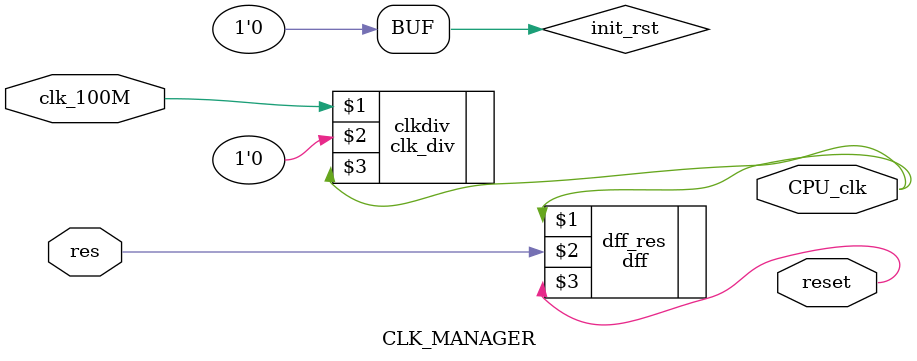
<source format=v>
`timescale 1ns / 1ps
module CLK_MANAGER #(parameter clk = 3)(
		input clk_100M,
		input res,
		output CPU_clk,
		output reset
    );

reg init_rst;

initial begin
	init_rst = 1;
	#20;
	init_rst = 0;
end
dff dff_res(CPU_clk, res, reset);
clk_div #(clk) clkdiv(clk_100M, init_rst, CPU_clk);

endmodule

</source>
